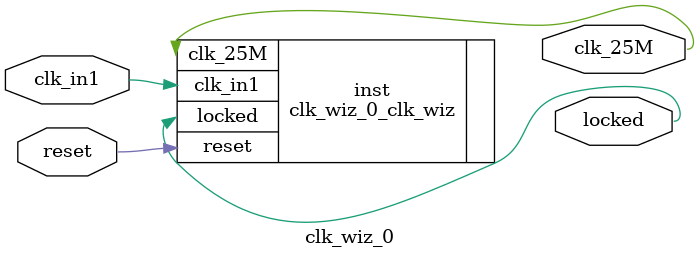
<source format=v>


`timescale 1ps/1ps

(* CORE_GENERATION_INFO = "clk_wiz_0,clk_wiz_v5_3_1,{component_name=clk_wiz_0,use_phase_alignment=true,use_min_o_jitter=false,use_max_i_jitter=false,use_dyn_phase_shift=false,use_inclk_switchover=false,use_dyn_reconfig=false,enable_axi=0,feedback_source=FDBK_AUTO,PRIMITIVE=MMCM,num_out_clk=1,clkin1_period=10.0,clkin2_period=10.0,use_power_down=false,use_reset=true,use_locked=true,use_inclk_stopped=false,feedback_type=SINGLE,CLOCK_MGR_TYPE=NA,manual_override=false}" *)

module clk_wiz_0 
 (
 // Clock in ports
  input         clk_in1,
  // Clock out ports
  output        clk_25M,
  // Status and control signals
  input         reset,
  output        locked
 );

  clk_wiz_0_clk_wiz inst
  (
 // Clock in ports
  .clk_in1(clk_in1),
  // Clock out ports  
  .clk_25M(clk_25M),
  // Status and control signals               
  .reset(reset), 
  .locked(locked)            
  );

endmodule

</source>
